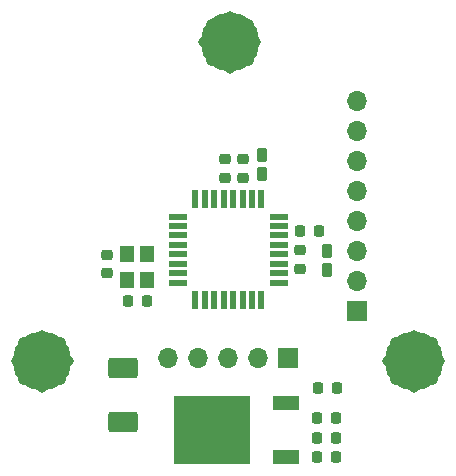
<source format=gbr>
%TF.GenerationSoftware,KiCad,Pcbnew,6.0.1-79c1e3a40b~116~ubuntu21.10.1*%
%TF.CreationDate,2022-03-03T18:49:24-07:00*%
%TF.ProjectId,MotorSpeedController,4d6f746f-7253-4706-9565-64436f6e7472,rev?*%
%TF.SameCoordinates,Original*%
%TF.FileFunction,Soldermask,Top*%
%TF.FilePolarity,Negative*%
%FSLAX46Y46*%
G04 Gerber Fmt 4.6, Leading zero omitted, Abs format (unit mm)*
G04 Created by KiCad (PCBNEW 6.0.1-79c1e3a40b~116~ubuntu21.10.1) date 2022-03-03 18:49:24*
%MOMM*%
%LPD*%
G01*
G04 APERTURE LIST*
G04 Aperture macros list*
%AMRoundRect*
0 Rectangle with rounded corners*
0 $1 Rounding radius*
0 $2 $3 $4 $5 $6 $7 $8 $9 X,Y pos of 4 corners*
0 Add a 4 corners polygon primitive as box body*
4,1,4,$2,$3,$4,$5,$6,$7,$8,$9,$2,$3,0*
0 Add four circle primitives for the rounded corners*
1,1,$1+$1,$2,$3*
1,1,$1+$1,$4,$5*
1,1,$1+$1,$6,$7*
1,1,$1+$1,$8,$9*
0 Add four rect primitives between the rounded corners*
20,1,$1+$1,$2,$3,$4,$5,0*
20,1,$1+$1,$4,$5,$6,$7,0*
20,1,$1+$1,$6,$7,$8,$9,0*
20,1,$1+$1,$8,$9,$2,$3,0*%
G04 Aperture macros list end*
%ADD10RoundRect,0.218750X0.256250X-0.218750X0.256250X0.218750X-0.256250X0.218750X-0.256250X-0.218750X0*%
%ADD11RoundRect,0.218750X-0.256250X0.218750X-0.256250X-0.218750X0.256250X-0.218750X0.256250X0.218750X0*%
%ADD12RoundRect,0.212500X0.212500X-0.400000X0.212500X0.400000X-0.212500X0.400000X-0.212500X-0.400000X0*%
%ADD13RoundRect,0.218750X-0.218750X-0.256250X0.218750X-0.256250X0.218750X0.256250X-0.218750X0.256250X0*%
%ADD14R,1.600000X0.550000*%
%ADD15R,0.550000X1.600000*%
%ADD16R,1.200000X1.400000*%
%ADD17C,0.800000*%
%ADD18C,5.000000*%
%ADD19R,1.700000X1.700000*%
%ADD20O,1.700000X1.700000*%
%ADD21RoundRect,0.218750X0.218750X0.256250X-0.218750X0.256250X-0.218750X-0.256250X0.218750X-0.256250X0*%
%ADD22RoundRect,0.250000X1.025000X-0.600000X1.025000X0.600000X-1.025000X0.600000X-1.025000X-0.600000X0*%
%ADD23R,2.200000X1.200000*%
%ADD24R,6.400000X5.800000*%
G04 APERTURE END LIST*
D10*
%TO.C,C1*%
X120269000Y-90068500D03*
X120269000Y-88493500D03*
%TD*%
D11*
%TO.C,C2*%
X103886000Y-88874500D03*
X103886000Y-90449500D03*
%TD*%
D12*
%TO.C,D1*%
X122525000Y-90162500D03*
X122525000Y-88537500D03*
%TD*%
%TO.C,D2*%
X117030500Y-82092500D03*
X117030500Y-80467500D03*
%TD*%
D11*
%TO.C,R1*%
X113855500Y-80810000D03*
X113855500Y-82385000D03*
%TD*%
D13*
%TO.C,R2*%
X120243500Y-86868000D03*
X121818500Y-86868000D03*
%TD*%
D10*
%TO.C,R3*%
X115443000Y-82385000D03*
X115443000Y-80810000D03*
%TD*%
D14*
%TO.C,U1*%
X109923000Y-85655500D03*
X109923000Y-86455500D03*
X109923000Y-87255500D03*
X109923000Y-88055500D03*
X109923000Y-88855500D03*
X109923000Y-89655500D03*
X109923000Y-90455500D03*
X109923000Y-91255500D03*
D15*
X111373000Y-92705500D03*
X112173000Y-92705500D03*
X112973000Y-92705500D03*
X113773000Y-92705500D03*
X114573000Y-92705500D03*
X115373000Y-92705500D03*
X116173000Y-92705500D03*
X116973000Y-92705500D03*
D14*
X118423000Y-91255500D03*
X118423000Y-90455500D03*
X118423000Y-89655500D03*
X118423000Y-88855500D03*
X118423000Y-88055500D03*
X118423000Y-87255500D03*
X118423000Y-86455500D03*
X118423000Y-85655500D03*
D15*
X116973000Y-84205500D03*
X116173000Y-84205500D03*
X115373000Y-84205500D03*
X114573000Y-84205500D03*
X113773000Y-84205500D03*
X112973000Y-84205500D03*
X112173000Y-84205500D03*
X111373000Y-84205500D03*
%TD*%
D16*
%TO.C,Y1*%
X107276000Y-91016000D03*
X107276000Y-88816000D03*
X105576000Y-88816000D03*
X105576000Y-91016000D03*
%TD*%
D17*
%TO.C,H2*%
X115890990Y-69309010D03*
X114300000Y-73150000D03*
X112709010Y-69309010D03*
D18*
X114300000Y-70900000D03*
D17*
X116550000Y-70900000D03*
X115890990Y-72490990D03*
X112709010Y-72490990D03*
X112050000Y-70900000D03*
X114300000Y-68650000D03*
%TD*%
%TO.C,H3*%
X127635000Y-97900000D03*
X128294010Y-96309010D03*
X132135000Y-97900000D03*
X131475990Y-99490990D03*
X129885000Y-100150000D03*
X131475990Y-96309010D03*
X129885000Y-95650000D03*
X128294010Y-99490990D03*
D18*
X129885000Y-97900000D03*
%TD*%
D19*
%TO.C,J1*%
X125095000Y-93662500D03*
D20*
X125095000Y-91122500D03*
X125095000Y-88582500D03*
X125095000Y-86042500D03*
X125095000Y-83502500D03*
X125095000Y-80962500D03*
X125095000Y-78422500D03*
X125095000Y-75882500D03*
%TD*%
D21*
%TO.C,C4*%
X107277000Y-92773500D03*
X105702000Y-92773500D03*
%TD*%
D17*
%TO.C,H1*%
X98411000Y-100150000D03*
X96820010Y-96309010D03*
X96820010Y-99490990D03*
X100661000Y-97900000D03*
X98411000Y-95650000D03*
D18*
X98411000Y-97900000D03*
D17*
X96161000Y-97900000D03*
X100001990Y-96309010D03*
X100001990Y-99490990D03*
%TD*%
D13*
%TO.C,C6*%
X121704000Y-102743000D03*
X123279000Y-102743000D03*
%TD*%
%TO.C,C7*%
X121704000Y-104394000D03*
X123279000Y-104394000D03*
%TD*%
%TO.C,C9*%
X121767500Y-100139500D03*
X123342500Y-100139500D03*
%TD*%
D22*
%TO.C,D3*%
X105219500Y-103049500D03*
X105219500Y-98499500D03*
%TD*%
D19*
%TO.C,J2*%
X119189500Y-97599500D03*
D20*
X116649500Y-97599500D03*
X114109500Y-97599500D03*
X111569500Y-97599500D03*
X109029500Y-97599500D03*
%TD*%
D23*
%TO.C,U3*%
X119071500Y-106039000D03*
D24*
X112771500Y-103759000D03*
D23*
X119071500Y-101479000D03*
%TD*%
D13*
%TO.C,C8*%
X121704000Y-106045000D03*
X123279000Y-106045000D03*
%TD*%
M02*

</source>
